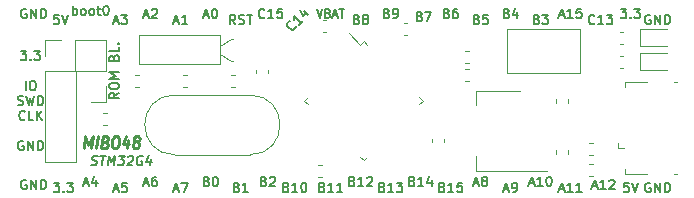
<source format=gto>
G04 #@! TF.GenerationSoftware,KiCad,Pcbnew,(5.1.2)-2*
G04 #@! TF.CreationDate,2020-02-28T11:19:54+01:00*
G04 #@! TF.ProjectId,mibo48_stm32g4,6d69626f-3438-45f7-9374-6d333267342e,rev?*
G04 #@! TF.SameCoordinates,PX7a53eb0PY5ad6650*
G04 #@! TF.FileFunction,Legend,Top*
G04 #@! TF.FilePolarity,Positive*
%FSLAX46Y46*%
G04 Gerber Fmt 4.6, Leading zero omitted, Abs format (unit mm)*
G04 Created by KiCad (PCBNEW (5.1.2)-2) date 2020-02-28 11:19:54*
%MOMM*%
%LPD*%
G04 APERTURE LIST*
%ADD10C,0.200000*%
%ADD11C,0.225000*%
%ADD12C,0.175000*%
%ADD13C,0.120000*%
G04 APERTURE END LIST*
D10*
X6401940Y-15563809D02*
X6511464Y-15601904D01*
X6701940Y-15601904D01*
X6782892Y-15563809D01*
X6825750Y-15525714D01*
X6873369Y-15449523D01*
X6882892Y-15373333D01*
X6854321Y-15297142D01*
X6820988Y-15259047D01*
X6749559Y-15220952D01*
X6601940Y-15182857D01*
X6530511Y-15144761D01*
X6497178Y-15106666D01*
X6468607Y-15030476D01*
X6478130Y-14954285D01*
X6525750Y-14878095D01*
X6568607Y-14840000D01*
X6649559Y-14801904D01*
X6840035Y-14801904D01*
X6949559Y-14840000D01*
X7182892Y-14801904D02*
X7640035Y-14801904D01*
X7311464Y-15601904D02*
X7411464Y-14801904D01*
X7806702Y-15601904D02*
X7906702Y-14801904D01*
X8101940Y-15373333D01*
X8440035Y-14801904D01*
X8340035Y-15601904D01*
X8744797Y-14801904D02*
X9240035Y-14801904D01*
X8935273Y-15106666D01*
X9049559Y-15106666D01*
X9120988Y-15144761D01*
X9154321Y-15182857D01*
X9182892Y-15259047D01*
X9159083Y-15449523D01*
X9111464Y-15525714D01*
X9068607Y-15563809D01*
X8987654Y-15601904D01*
X8759083Y-15601904D01*
X8687654Y-15563809D01*
X8654321Y-15525714D01*
X9535273Y-14878095D02*
X9578130Y-14840000D01*
X9659083Y-14801904D01*
X9849559Y-14801904D01*
X9920988Y-14840000D01*
X9954321Y-14878095D01*
X9982892Y-14954285D01*
X9973369Y-15030476D01*
X9920988Y-15144761D01*
X9406702Y-15601904D01*
X9901940Y-15601904D01*
X10759083Y-14840000D02*
X10687654Y-14801904D01*
X10573369Y-14801904D01*
X10454321Y-14840000D01*
X10368607Y-14916190D01*
X10320988Y-14992380D01*
X10263845Y-15144761D01*
X10249559Y-15259047D01*
X10268607Y-15411428D01*
X10297178Y-15487619D01*
X10363845Y-15563809D01*
X10473369Y-15601904D01*
X10549559Y-15601904D01*
X10668607Y-15563809D01*
X10711464Y-15525714D01*
X10744797Y-15259047D01*
X10592416Y-15259047D01*
X11454321Y-15068571D02*
X11387654Y-15601904D01*
X11301940Y-14763809D02*
X11040035Y-15335238D01*
X11535273Y-15335238D01*
D11*
X5792563Y-14168380D02*
X5917563Y-13168380D01*
X6128278Y-13882666D01*
X6517563Y-13168380D01*
X6392563Y-14168380D01*
X6821135Y-14168380D02*
X6946135Y-13168380D01*
X7615183Y-13644571D02*
X7737802Y-13692190D01*
X7774706Y-13739809D01*
X7805659Y-13835047D01*
X7787802Y-13977904D01*
X7733040Y-14073142D01*
X7684230Y-14120761D01*
X7592563Y-14168380D01*
X7249706Y-14168380D01*
X7374706Y-13168380D01*
X7674706Y-13168380D01*
X7754468Y-13216000D01*
X7791373Y-13263619D01*
X7822325Y-13358857D01*
X7810421Y-13454095D01*
X7755659Y-13549333D01*
X7706849Y-13596952D01*
X7615183Y-13644571D01*
X7315183Y-13644571D01*
X8446135Y-13168380D02*
X8617563Y-13168380D01*
X8697325Y-13216000D01*
X8771135Y-13311238D01*
X8790183Y-13501714D01*
X8748516Y-13835047D01*
X8681849Y-14025523D01*
X8584230Y-14120761D01*
X8492563Y-14168380D01*
X8321135Y-14168380D01*
X8241373Y-14120761D01*
X8167563Y-14025523D01*
X8148516Y-13835047D01*
X8190183Y-13501714D01*
X8256849Y-13311238D01*
X8354468Y-13216000D01*
X8446135Y-13168380D01*
X9561611Y-13501714D02*
X9478278Y-14168380D01*
X9394944Y-13120761D02*
X9091373Y-13835047D01*
X9648516Y-13835047D01*
X10149706Y-13596952D02*
X10069944Y-13549333D01*
X10033040Y-13501714D01*
X10002087Y-13406476D01*
X10008040Y-13358857D01*
X10062802Y-13263619D01*
X10111611Y-13216000D01*
X10203278Y-13168380D01*
X10374706Y-13168380D01*
X10454468Y-13216000D01*
X10491373Y-13263619D01*
X10522325Y-13358857D01*
X10516373Y-13406476D01*
X10461611Y-13501714D01*
X10412802Y-13549333D01*
X10321135Y-13596952D01*
X10149706Y-13596952D01*
X10058040Y-13644571D01*
X10009230Y-13692190D01*
X9954468Y-13787428D01*
X9930659Y-13977904D01*
X9961611Y-14073142D01*
X9998516Y-14120761D01*
X10078278Y-14168380D01*
X10249706Y-14168380D01*
X10341373Y-14120761D01*
X10390183Y-14073142D01*
X10444944Y-13977904D01*
X10468754Y-13787428D01*
X10437802Y-13692190D01*
X10400897Y-13644571D01*
X10321135Y-13596952D01*
D10*
X184285Y-10483809D02*
X298571Y-10521904D01*
X489047Y-10521904D01*
X565238Y-10483809D01*
X603333Y-10445714D01*
X641428Y-10369523D01*
X641428Y-10293333D01*
X603333Y-10217142D01*
X565238Y-10179047D01*
X489047Y-10140952D01*
X336666Y-10102857D01*
X260476Y-10064761D01*
X222380Y-10026666D01*
X184285Y-9950476D01*
X184285Y-9874285D01*
X222380Y-9798095D01*
X260476Y-9760000D01*
X336666Y-9721904D01*
X527142Y-9721904D01*
X641428Y-9760000D01*
X908095Y-9721904D02*
X1098571Y-10521904D01*
X1250952Y-9950476D01*
X1403333Y-10521904D01*
X1593809Y-9721904D01*
X1898571Y-10521904D02*
X1898571Y-9721904D01*
X2089047Y-9721904D01*
X2203333Y-9760000D01*
X2279523Y-9836190D01*
X2317619Y-9912380D01*
X2355714Y-10064761D01*
X2355714Y-10179047D01*
X2317619Y-10331428D01*
X2279523Y-10407619D01*
X2203333Y-10483809D01*
X2089047Y-10521904D01*
X1898571Y-10521904D01*
X850952Y-9251904D02*
X850952Y-8451904D01*
X1384285Y-8451904D02*
X1536666Y-8451904D01*
X1612857Y-8490000D01*
X1689047Y-8566190D01*
X1727142Y-8718571D01*
X1727142Y-8985238D01*
X1689047Y-9137619D01*
X1612857Y-9213809D01*
X1536666Y-9251904D01*
X1384285Y-9251904D01*
X1308095Y-9213809D01*
X1231904Y-9137619D01*
X1193809Y-8985238D01*
X1193809Y-8718571D01*
X1231904Y-8566190D01*
X1308095Y-8490000D01*
X1384285Y-8451904D01*
X793809Y-11715714D02*
X755714Y-11753809D01*
X641428Y-11791904D01*
X565238Y-11791904D01*
X450952Y-11753809D01*
X374761Y-11677619D01*
X336666Y-11601428D01*
X298571Y-11449047D01*
X298571Y-11334761D01*
X336666Y-11182380D01*
X374761Y-11106190D01*
X450952Y-11030000D01*
X565238Y-10991904D01*
X641428Y-10991904D01*
X755714Y-11030000D01*
X793809Y-11068095D01*
X1517619Y-11791904D02*
X1136666Y-11791904D01*
X1136666Y-10991904D01*
X1784285Y-11791904D02*
X1784285Y-10991904D01*
X2241428Y-11791904D02*
X1898571Y-11334761D01*
X2241428Y-10991904D02*
X1784285Y-11449047D01*
X660476Y-13570000D02*
X584285Y-13531904D01*
X470000Y-13531904D01*
X355714Y-13570000D01*
X279523Y-13646190D01*
X241428Y-13722380D01*
X203333Y-13874761D01*
X203333Y-13989047D01*
X241428Y-14141428D01*
X279523Y-14217619D01*
X355714Y-14293809D01*
X470000Y-14331904D01*
X546190Y-14331904D01*
X660476Y-14293809D01*
X698571Y-14255714D01*
X698571Y-13989047D01*
X546190Y-13989047D01*
X1041428Y-14331904D02*
X1041428Y-13531904D01*
X1498571Y-14331904D01*
X1498571Y-13531904D01*
X1879523Y-14331904D02*
X1879523Y-13531904D01*
X2070000Y-13531904D01*
X2184285Y-13570000D01*
X2260476Y-13646190D01*
X2298571Y-13722380D01*
X2336666Y-13874761D01*
X2336666Y-13989047D01*
X2298571Y-14141428D01*
X2260476Y-14217619D01*
X2184285Y-14293809D01*
X2070000Y-14331904D01*
X1879523Y-14331904D01*
X431904Y-5911904D02*
X927142Y-5911904D01*
X660476Y-6216666D01*
X774761Y-6216666D01*
X850952Y-6254761D01*
X889047Y-6292857D01*
X927142Y-6369047D01*
X927142Y-6559523D01*
X889047Y-6635714D01*
X850952Y-6673809D01*
X774761Y-6711904D01*
X546190Y-6711904D01*
X470000Y-6673809D01*
X431904Y-6635714D01*
X1270000Y-6635714D02*
X1308095Y-6673809D01*
X1270000Y-6711904D01*
X1231904Y-6673809D01*
X1270000Y-6635714D01*
X1270000Y-6711904D01*
X1574761Y-5911904D02*
X2070000Y-5911904D01*
X1803333Y-6216666D01*
X1917619Y-6216666D01*
X1993809Y-6254761D01*
X2031904Y-6292857D01*
X2070000Y-6369047D01*
X2070000Y-6559523D01*
X2031904Y-6635714D01*
X1993809Y-6673809D01*
X1917619Y-6711904D01*
X1689047Y-6711904D01*
X1612857Y-6673809D01*
X1574761Y-6635714D01*
X8743904Y-9467619D02*
X8362952Y-9734285D01*
X8743904Y-9924761D02*
X7943904Y-9924761D01*
X7943904Y-9620000D01*
X7982000Y-9543809D01*
X8020095Y-9505714D01*
X8096285Y-9467619D01*
X8210571Y-9467619D01*
X8286761Y-9505714D01*
X8324857Y-9543809D01*
X8362952Y-9620000D01*
X8362952Y-9924761D01*
X7943904Y-8972380D02*
X7943904Y-8820000D01*
X7982000Y-8743809D01*
X8058190Y-8667619D01*
X8210571Y-8629523D01*
X8477238Y-8629523D01*
X8629619Y-8667619D01*
X8705809Y-8743809D01*
X8743904Y-8820000D01*
X8743904Y-8972380D01*
X8705809Y-9048571D01*
X8629619Y-9124761D01*
X8477238Y-9162857D01*
X8210571Y-9162857D01*
X8058190Y-9124761D01*
X7982000Y-9048571D01*
X7943904Y-8972380D01*
X8743904Y-8286666D02*
X7943904Y-8286666D01*
X8515333Y-8020000D01*
X7943904Y-7753333D01*
X8743904Y-7753333D01*
X8324857Y-6496190D02*
X8362952Y-6381904D01*
X8401047Y-6343809D01*
X8477238Y-6305714D01*
X8591523Y-6305714D01*
X8667714Y-6343809D01*
X8705809Y-6381904D01*
X8743904Y-6458095D01*
X8743904Y-6762857D01*
X7943904Y-6762857D01*
X7943904Y-6496190D01*
X7982000Y-6420000D01*
X8020095Y-6381904D01*
X8096285Y-6343809D01*
X8172476Y-6343809D01*
X8248666Y-6381904D01*
X8286761Y-6420000D01*
X8324857Y-6496190D01*
X8324857Y-6762857D01*
X8743904Y-5581904D02*
X8743904Y-5962857D01*
X7943904Y-5962857D01*
X8667714Y-5315238D02*
X8705809Y-5277142D01*
X8743904Y-5315238D01*
X8705809Y-5353333D01*
X8667714Y-5315238D01*
X8743904Y-5315238D01*
X51917619Y-17087904D02*
X51536666Y-17087904D01*
X51498571Y-17468857D01*
X51536666Y-17430761D01*
X51612857Y-17392666D01*
X51803333Y-17392666D01*
X51879523Y-17430761D01*
X51917619Y-17468857D01*
X51955714Y-17545047D01*
X51955714Y-17735523D01*
X51917619Y-17811714D01*
X51879523Y-17849809D01*
X51803333Y-17887904D01*
X51612857Y-17887904D01*
X51536666Y-17849809D01*
X51498571Y-17811714D01*
X52184285Y-17087904D02*
X52450952Y-17887904D01*
X52717619Y-17087904D01*
X48831619Y-17405333D02*
X49212571Y-17405333D01*
X48755428Y-17633904D02*
X49022095Y-16833904D01*
X49288761Y-17633904D01*
X49974476Y-17633904D02*
X49517333Y-17633904D01*
X49745904Y-17633904D02*
X49745904Y-16833904D01*
X49669714Y-16948190D01*
X49593523Y-17024380D01*
X49517333Y-17062476D01*
X50279238Y-16910095D02*
X50317333Y-16872000D01*
X50393523Y-16833904D01*
X50584000Y-16833904D01*
X50660190Y-16872000D01*
X50698285Y-16910095D01*
X50736380Y-16986285D01*
X50736380Y-17062476D01*
X50698285Y-17176761D01*
X50241142Y-17633904D01*
X50736380Y-17633904D01*
X46037619Y-17659333D02*
X46418571Y-17659333D01*
X45961428Y-17887904D02*
X46228095Y-17087904D01*
X46494761Y-17887904D01*
X47180476Y-17887904D02*
X46723333Y-17887904D01*
X46951904Y-17887904D02*
X46951904Y-17087904D01*
X46875714Y-17202190D01*
X46799523Y-17278380D01*
X46723333Y-17316476D01*
X47942380Y-17887904D02*
X47485238Y-17887904D01*
X47713809Y-17887904D02*
X47713809Y-17087904D01*
X47637619Y-17202190D01*
X47561428Y-17278380D01*
X47485238Y-17316476D01*
X43497619Y-17151333D02*
X43878571Y-17151333D01*
X43421428Y-17379904D02*
X43688095Y-16579904D01*
X43954761Y-17379904D01*
X44640476Y-17379904D02*
X44183333Y-17379904D01*
X44411904Y-17379904D02*
X44411904Y-16579904D01*
X44335714Y-16694190D01*
X44259523Y-16770380D01*
X44183333Y-16808476D01*
X45135714Y-16579904D02*
X45211904Y-16579904D01*
X45288095Y-16618000D01*
X45326190Y-16656095D01*
X45364285Y-16732285D01*
X45402380Y-16884666D01*
X45402380Y-17075142D01*
X45364285Y-17227523D01*
X45326190Y-17303714D01*
X45288095Y-17341809D01*
X45211904Y-17379904D01*
X45135714Y-17379904D01*
X45059523Y-17341809D01*
X45021428Y-17303714D01*
X44983333Y-17227523D01*
X44945238Y-17075142D01*
X44945238Y-16884666D01*
X44983333Y-16732285D01*
X45021428Y-16656095D01*
X45059523Y-16618000D01*
X45135714Y-16579904D01*
X41338571Y-17659333D02*
X41719523Y-17659333D01*
X41262380Y-17887904D02*
X41529047Y-17087904D01*
X41795714Y-17887904D01*
X42100476Y-17887904D02*
X42252857Y-17887904D01*
X42329047Y-17849809D01*
X42367142Y-17811714D01*
X42443333Y-17697428D01*
X42481428Y-17545047D01*
X42481428Y-17240285D01*
X42443333Y-17164095D01*
X42405238Y-17126000D01*
X42329047Y-17087904D01*
X42176666Y-17087904D01*
X42100476Y-17126000D01*
X42062380Y-17164095D01*
X42024285Y-17240285D01*
X42024285Y-17430761D01*
X42062380Y-17506952D01*
X42100476Y-17545047D01*
X42176666Y-17583142D01*
X42329047Y-17583142D01*
X42405238Y-17545047D01*
X42443333Y-17506952D01*
X42481428Y-17430761D01*
X38798571Y-17151333D02*
X39179523Y-17151333D01*
X38722380Y-17379904D02*
X38989047Y-16579904D01*
X39255714Y-17379904D01*
X39636666Y-16922761D02*
X39560476Y-16884666D01*
X39522380Y-16846571D01*
X39484285Y-16770380D01*
X39484285Y-16732285D01*
X39522380Y-16656095D01*
X39560476Y-16618000D01*
X39636666Y-16579904D01*
X39789047Y-16579904D01*
X39865238Y-16618000D01*
X39903333Y-16656095D01*
X39941428Y-16732285D01*
X39941428Y-16770380D01*
X39903333Y-16846571D01*
X39865238Y-16884666D01*
X39789047Y-16922761D01*
X39636666Y-16922761D01*
X39560476Y-16960857D01*
X39522380Y-16998952D01*
X39484285Y-17075142D01*
X39484285Y-17227523D01*
X39522380Y-17303714D01*
X39560476Y-17341809D01*
X39636666Y-17379904D01*
X39789047Y-17379904D01*
X39865238Y-17341809D01*
X39903333Y-17303714D01*
X39941428Y-17227523D01*
X39941428Y-17075142D01*
X39903333Y-16998952D01*
X39865238Y-16960857D01*
X39789047Y-16922761D01*
X36125238Y-17468857D02*
X36239523Y-17506952D01*
X36277619Y-17545047D01*
X36315714Y-17621238D01*
X36315714Y-17735523D01*
X36277619Y-17811714D01*
X36239523Y-17849809D01*
X36163333Y-17887904D01*
X35858571Y-17887904D01*
X35858571Y-17087904D01*
X36125238Y-17087904D01*
X36201428Y-17126000D01*
X36239523Y-17164095D01*
X36277619Y-17240285D01*
X36277619Y-17316476D01*
X36239523Y-17392666D01*
X36201428Y-17430761D01*
X36125238Y-17468857D01*
X35858571Y-17468857D01*
X37077619Y-17887904D02*
X36620476Y-17887904D01*
X36849047Y-17887904D02*
X36849047Y-17087904D01*
X36772857Y-17202190D01*
X36696666Y-17278380D01*
X36620476Y-17316476D01*
X37801428Y-17087904D02*
X37420476Y-17087904D01*
X37382380Y-17468857D01*
X37420476Y-17430761D01*
X37496666Y-17392666D01*
X37687142Y-17392666D01*
X37763333Y-17430761D01*
X37801428Y-17468857D01*
X37839523Y-17545047D01*
X37839523Y-17735523D01*
X37801428Y-17811714D01*
X37763333Y-17849809D01*
X37687142Y-17887904D01*
X37496666Y-17887904D01*
X37420476Y-17849809D01*
X37382380Y-17811714D01*
X33585238Y-16960857D02*
X33699523Y-16998952D01*
X33737619Y-17037047D01*
X33775714Y-17113238D01*
X33775714Y-17227523D01*
X33737619Y-17303714D01*
X33699523Y-17341809D01*
X33623333Y-17379904D01*
X33318571Y-17379904D01*
X33318571Y-16579904D01*
X33585238Y-16579904D01*
X33661428Y-16618000D01*
X33699523Y-16656095D01*
X33737619Y-16732285D01*
X33737619Y-16808476D01*
X33699523Y-16884666D01*
X33661428Y-16922761D01*
X33585238Y-16960857D01*
X33318571Y-16960857D01*
X34537619Y-17379904D02*
X34080476Y-17379904D01*
X34309047Y-17379904D02*
X34309047Y-16579904D01*
X34232857Y-16694190D01*
X34156666Y-16770380D01*
X34080476Y-16808476D01*
X35223333Y-16846571D02*
X35223333Y-17379904D01*
X35032857Y-16541809D02*
X34842380Y-17113238D01*
X35337619Y-17113238D01*
X31045238Y-17468857D02*
X31159523Y-17506952D01*
X31197619Y-17545047D01*
X31235714Y-17621238D01*
X31235714Y-17735523D01*
X31197619Y-17811714D01*
X31159523Y-17849809D01*
X31083333Y-17887904D01*
X30778571Y-17887904D01*
X30778571Y-17087904D01*
X31045238Y-17087904D01*
X31121428Y-17126000D01*
X31159523Y-17164095D01*
X31197619Y-17240285D01*
X31197619Y-17316476D01*
X31159523Y-17392666D01*
X31121428Y-17430761D01*
X31045238Y-17468857D01*
X30778571Y-17468857D01*
X31997619Y-17887904D02*
X31540476Y-17887904D01*
X31769047Y-17887904D02*
X31769047Y-17087904D01*
X31692857Y-17202190D01*
X31616666Y-17278380D01*
X31540476Y-17316476D01*
X32264285Y-17087904D02*
X32759523Y-17087904D01*
X32492857Y-17392666D01*
X32607142Y-17392666D01*
X32683333Y-17430761D01*
X32721428Y-17468857D01*
X32759523Y-17545047D01*
X32759523Y-17735523D01*
X32721428Y-17811714D01*
X32683333Y-17849809D01*
X32607142Y-17887904D01*
X32378571Y-17887904D01*
X32302380Y-17849809D01*
X32264285Y-17811714D01*
X28505238Y-16960857D02*
X28619523Y-16998952D01*
X28657619Y-17037047D01*
X28695714Y-17113238D01*
X28695714Y-17227523D01*
X28657619Y-17303714D01*
X28619523Y-17341809D01*
X28543333Y-17379904D01*
X28238571Y-17379904D01*
X28238571Y-16579904D01*
X28505238Y-16579904D01*
X28581428Y-16618000D01*
X28619523Y-16656095D01*
X28657619Y-16732285D01*
X28657619Y-16808476D01*
X28619523Y-16884666D01*
X28581428Y-16922761D01*
X28505238Y-16960857D01*
X28238571Y-16960857D01*
X29457619Y-17379904D02*
X29000476Y-17379904D01*
X29229047Y-17379904D02*
X29229047Y-16579904D01*
X29152857Y-16694190D01*
X29076666Y-16770380D01*
X29000476Y-16808476D01*
X29762380Y-16656095D02*
X29800476Y-16618000D01*
X29876666Y-16579904D01*
X30067142Y-16579904D01*
X30143333Y-16618000D01*
X30181428Y-16656095D01*
X30219523Y-16732285D01*
X30219523Y-16808476D01*
X30181428Y-16922761D01*
X29724285Y-17379904D01*
X30219523Y-17379904D01*
X25965238Y-17468857D02*
X26079523Y-17506952D01*
X26117619Y-17545047D01*
X26155714Y-17621238D01*
X26155714Y-17735523D01*
X26117619Y-17811714D01*
X26079523Y-17849809D01*
X26003333Y-17887904D01*
X25698571Y-17887904D01*
X25698571Y-17087904D01*
X25965238Y-17087904D01*
X26041428Y-17126000D01*
X26079523Y-17164095D01*
X26117619Y-17240285D01*
X26117619Y-17316476D01*
X26079523Y-17392666D01*
X26041428Y-17430761D01*
X25965238Y-17468857D01*
X25698571Y-17468857D01*
X26917619Y-17887904D02*
X26460476Y-17887904D01*
X26689047Y-17887904D02*
X26689047Y-17087904D01*
X26612857Y-17202190D01*
X26536666Y-17278380D01*
X26460476Y-17316476D01*
X27679523Y-17887904D02*
X27222380Y-17887904D01*
X27450952Y-17887904D02*
X27450952Y-17087904D01*
X27374761Y-17202190D01*
X27298571Y-17278380D01*
X27222380Y-17316476D01*
X22917238Y-17468857D02*
X23031523Y-17506952D01*
X23069619Y-17545047D01*
X23107714Y-17621238D01*
X23107714Y-17735523D01*
X23069619Y-17811714D01*
X23031523Y-17849809D01*
X22955333Y-17887904D01*
X22650571Y-17887904D01*
X22650571Y-17087904D01*
X22917238Y-17087904D01*
X22993428Y-17126000D01*
X23031523Y-17164095D01*
X23069619Y-17240285D01*
X23069619Y-17316476D01*
X23031523Y-17392666D01*
X22993428Y-17430761D01*
X22917238Y-17468857D01*
X22650571Y-17468857D01*
X23869619Y-17887904D02*
X23412476Y-17887904D01*
X23641047Y-17887904D02*
X23641047Y-17087904D01*
X23564857Y-17202190D01*
X23488666Y-17278380D01*
X23412476Y-17316476D01*
X24364857Y-17087904D02*
X24441047Y-17087904D01*
X24517238Y-17126000D01*
X24555333Y-17164095D01*
X24593428Y-17240285D01*
X24631523Y-17392666D01*
X24631523Y-17583142D01*
X24593428Y-17735523D01*
X24555333Y-17811714D01*
X24517238Y-17849809D01*
X24441047Y-17887904D01*
X24364857Y-17887904D01*
X24288666Y-17849809D01*
X24250571Y-17811714D01*
X24212476Y-17735523D01*
X24174380Y-17583142D01*
X24174380Y-17392666D01*
X24212476Y-17240285D01*
X24250571Y-17164095D01*
X24288666Y-17126000D01*
X24364857Y-17087904D01*
X21012190Y-16960857D02*
X21126476Y-16998952D01*
X21164571Y-17037047D01*
X21202666Y-17113238D01*
X21202666Y-17227523D01*
X21164571Y-17303714D01*
X21126476Y-17341809D01*
X21050285Y-17379904D01*
X20745523Y-17379904D01*
X20745523Y-16579904D01*
X21012190Y-16579904D01*
X21088380Y-16618000D01*
X21126476Y-16656095D01*
X21164571Y-16732285D01*
X21164571Y-16808476D01*
X21126476Y-16884666D01*
X21088380Y-16922761D01*
X21012190Y-16960857D01*
X20745523Y-16960857D01*
X21507428Y-16656095D02*
X21545523Y-16618000D01*
X21621714Y-16579904D01*
X21812190Y-16579904D01*
X21888380Y-16618000D01*
X21926476Y-16656095D01*
X21964571Y-16732285D01*
X21964571Y-16808476D01*
X21926476Y-16922761D01*
X21469333Y-17379904D01*
X21964571Y-17379904D01*
X18726190Y-17468857D02*
X18840476Y-17506952D01*
X18878571Y-17545047D01*
X18916666Y-17621238D01*
X18916666Y-17735523D01*
X18878571Y-17811714D01*
X18840476Y-17849809D01*
X18764285Y-17887904D01*
X18459523Y-17887904D01*
X18459523Y-17087904D01*
X18726190Y-17087904D01*
X18802380Y-17126000D01*
X18840476Y-17164095D01*
X18878571Y-17240285D01*
X18878571Y-17316476D01*
X18840476Y-17392666D01*
X18802380Y-17430761D01*
X18726190Y-17468857D01*
X18459523Y-17468857D01*
X19678571Y-17887904D02*
X19221428Y-17887904D01*
X19450000Y-17887904D02*
X19450000Y-17087904D01*
X19373809Y-17202190D01*
X19297619Y-17278380D01*
X19221428Y-17316476D01*
X16186190Y-16960857D02*
X16300476Y-16998952D01*
X16338571Y-17037047D01*
X16376666Y-17113238D01*
X16376666Y-17227523D01*
X16338571Y-17303714D01*
X16300476Y-17341809D01*
X16224285Y-17379904D01*
X15919523Y-17379904D01*
X15919523Y-16579904D01*
X16186190Y-16579904D01*
X16262380Y-16618000D01*
X16300476Y-16656095D01*
X16338571Y-16732285D01*
X16338571Y-16808476D01*
X16300476Y-16884666D01*
X16262380Y-16922761D01*
X16186190Y-16960857D01*
X15919523Y-16960857D01*
X16871904Y-16579904D02*
X16948095Y-16579904D01*
X17024285Y-16618000D01*
X17062380Y-16656095D01*
X17100476Y-16732285D01*
X17138571Y-16884666D01*
X17138571Y-17075142D01*
X17100476Y-17227523D01*
X17062380Y-17303714D01*
X17024285Y-17341809D01*
X16948095Y-17379904D01*
X16871904Y-17379904D01*
X16795714Y-17341809D01*
X16757619Y-17303714D01*
X16719523Y-17227523D01*
X16681428Y-17075142D01*
X16681428Y-16884666D01*
X16719523Y-16732285D01*
X16757619Y-16656095D01*
X16795714Y-16618000D01*
X16871904Y-16579904D01*
X13398571Y-17659333D02*
X13779523Y-17659333D01*
X13322380Y-17887904D02*
X13589047Y-17087904D01*
X13855714Y-17887904D01*
X14046190Y-17087904D02*
X14579523Y-17087904D01*
X14236666Y-17887904D01*
X10858571Y-17151333D02*
X11239523Y-17151333D01*
X10782380Y-17379904D02*
X11049047Y-16579904D01*
X11315714Y-17379904D01*
X11925238Y-16579904D02*
X11772857Y-16579904D01*
X11696666Y-16618000D01*
X11658571Y-16656095D01*
X11582380Y-16770380D01*
X11544285Y-16922761D01*
X11544285Y-17227523D01*
X11582380Y-17303714D01*
X11620476Y-17341809D01*
X11696666Y-17379904D01*
X11849047Y-17379904D01*
X11925238Y-17341809D01*
X11963333Y-17303714D01*
X12001428Y-17227523D01*
X12001428Y-17037047D01*
X11963333Y-16960857D01*
X11925238Y-16922761D01*
X11849047Y-16884666D01*
X11696666Y-16884666D01*
X11620476Y-16922761D01*
X11582380Y-16960857D01*
X11544285Y-17037047D01*
X8318571Y-17659333D02*
X8699523Y-17659333D01*
X8242380Y-17887904D02*
X8509047Y-17087904D01*
X8775714Y-17887904D01*
X9423333Y-17087904D02*
X9042380Y-17087904D01*
X9004285Y-17468857D01*
X9042380Y-17430761D01*
X9118571Y-17392666D01*
X9309047Y-17392666D01*
X9385238Y-17430761D01*
X9423333Y-17468857D01*
X9461428Y-17545047D01*
X9461428Y-17735523D01*
X9423333Y-17811714D01*
X9385238Y-17849809D01*
X9309047Y-17887904D01*
X9118571Y-17887904D01*
X9042380Y-17849809D01*
X9004285Y-17811714D01*
X5778571Y-17151333D02*
X6159523Y-17151333D01*
X5702380Y-17379904D02*
X5969047Y-16579904D01*
X6235714Y-17379904D01*
X6845238Y-16846571D02*
X6845238Y-17379904D01*
X6654761Y-16541809D02*
X6464285Y-17113238D01*
X6959523Y-17113238D01*
X3225904Y-17087904D02*
X3721142Y-17087904D01*
X3454476Y-17392666D01*
X3568761Y-17392666D01*
X3644952Y-17430761D01*
X3683047Y-17468857D01*
X3721142Y-17545047D01*
X3721142Y-17735523D01*
X3683047Y-17811714D01*
X3644952Y-17849809D01*
X3568761Y-17887904D01*
X3340190Y-17887904D01*
X3264000Y-17849809D01*
X3225904Y-17811714D01*
X4064000Y-17811714D02*
X4102095Y-17849809D01*
X4064000Y-17887904D01*
X4025904Y-17849809D01*
X4064000Y-17811714D01*
X4064000Y-17887904D01*
X4368761Y-17087904D02*
X4864000Y-17087904D01*
X4597333Y-17392666D01*
X4711619Y-17392666D01*
X4787809Y-17430761D01*
X4825904Y-17468857D01*
X4864000Y-17545047D01*
X4864000Y-17735523D01*
X4825904Y-17811714D01*
X4787809Y-17849809D01*
X4711619Y-17887904D01*
X4483047Y-17887904D01*
X4406857Y-17849809D01*
X4368761Y-17811714D01*
X51231904Y-2355904D02*
X51727142Y-2355904D01*
X51460476Y-2660666D01*
X51574761Y-2660666D01*
X51650952Y-2698761D01*
X51689047Y-2736857D01*
X51727142Y-2813047D01*
X51727142Y-3003523D01*
X51689047Y-3079714D01*
X51650952Y-3117809D01*
X51574761Y-3155904D01*
X51346190Y-3155904D01*
X51270000Y-3117809D01*
X51231904Y-3079714D01*
X52070000Y-3079714D02*
X52108095Y-3117809D01*
X52070000Y-3155904D01*
X52031904Y-3117809D01*
X52070000Y-3079714D01*
X52070000Y-3155904D01*
X52374761Y-2355904D02*
X52870000Y-2355904D01*
X52603333Y-2660666D01*
X52717619Y-2660666D01*
X52793809Y-2698761D01*
X52831904Y-2736857D01*
X52870000Y-2813047D01*
X52870000Y-3003523D01*
X52831904Y-3079714D01*
X52793809Y-3117809D01*
X52717619Y-3155904D01*
X52489047Y-3155904D01*
X52412857Y-3117809D01*
X52374761Y-3079714D01*
X49015714Y-3587714D02*
X48977619Y-3625809D01*
X48863333Y-3663904D01*
X48787142Y-3663904D01*
X48672857Y-3625809D01*
X48596666Y-3549619D01*
X48558571Y-3473428D01*
X48520476Y-3321047D01*
X48520476Y-3206761D01*
X48558571Y-3054380D01*
X48596666Y-2978190D01*
X48672857Y-2902000D01*
X48787142Y-2863904D01*
X48863333Y-2863904D01*
X48977619Y-2902000D01*
X49015714Y-2940095D01*
X49777619Y-3663904D02*
X49320476Y-3663904D01*
X49549047Y-3663904D02*
X49549047Y-2863904D01*
X49472857Y-2978190D01*
X49396666Y-3054380D01*
X49320476Y-3092476D01*
X50044285Y-2863904D02*
X50539523Y-2863904D01*
X50272857Y-3168666D01*
X50387142Y-3168666D01*
X50463333Y-3206761D01*
X50501428Y-3244857D01*
X50539523Y-3321047D01*
X50539523Y-3511523D01*
X50501428Y-3587714D01*
X50463333Y-3625809D01*
X50387142Y-3663904D01*
X50158571Y-3663904D01*
X50082380Y-3625809D01*
X50044285Y-3587714D01*
X46037619Y-2927333D02*
X46418571Y-2927333D01*
X45961428Y-3155904D02*
X46228095Y-2355904D01*
X46494761Y-3155904D01*
X47180476Y-3155904D02*
X46723333Y-3155904D01*
X46951904Y-3155904D02*
X46951904Y-2355904D01*
X46875714Y-2470190D01*
X46799523Y-2546380D01*
X46723333Y-2584476D01*
X47904285Y-2355904D02*
X47523333Y-2355904D01*
X47485238Y-2736857D01*
X47523333Y-2698761D01*
X47599523Y-2660666D01*
X47790000Y-2660666D01*
X47866190Y-2698761D01*
X47904285Y-2736857D01*
X47942380Y-2813047D01*
X47942380Y-3003523D01*
X47904285Y-3079714D01*
X47866190Y-3117809D01*
X47790000Y-3155904D01*
X47599523Y-3155904D01*
X47523333Y-3117809D01*
X47485238Y-3079714D01*
X44126190Y-3244857D02*
X44240476Y-3282952D01*
X44278571Y-3321047D01*
X44316666Y-3397238D01*
X44316666Y-3511523D01*
X44278571Y-3587714D01*
X44240476Y-3625809D01*
X44164285Y-3663904D01*
X43859523Y-3663904D01*
X43859523Y-2863904D01*
X44126190Y-2863904D01*
X44202380Y-2902000D01*
X44240476Y-2940095D01*
X44278571Y-3016285D01*
X44278571Y-3092476D01*
X44240476Y-3168666D01*
X44202380Y-3206761D01*
X44126190Y-3244857D01*
X43859523Y-3244857D01*
X44583333Y-2863904D02*
X45078571Y-2863904D01*
X44811904Y-3168666D01*
X44926190Y-3168666D01*
X45002380Y-3206761D01*
X45040476Y-3244857D01*
X45078571Y-3321047D01*
X45078571Y-3511523D01*
X45040476Y-3587714D01*
X45002380Y-3625809D01*
X44926190Y-3663904D01*
X44697619Y-3663904D01*
X44621428Y-3625809D01*
X44583333Y-3587714D01*
X41586190Y-2736857D02*
X41700476Y-2774952D01*
X41738571Y-2813047D01*
X41776666Y-2889238D01*
X41776666Y-3003523D01*
X41738571Y-3079714D01*
X41700476Y-3117809D01*
X41624285Y-3155904D01*
X41319523Y-3155904D01*
X41319523Y-2355904D01*
X41586190Y-2355904D01*
X41662380Y-2394000D01*
X41700476Y-2432095D01*
X41738571Y-2508285D01*
X41738571Y-2584476D01*
X41700476Y-2660666D01*
X41662380Y-2698761D01*
X41586190Y-2736857D01*
X41319523Y-2736857D01*
X42462380Y-2622571D02*
X42462380Y-3155904D01*
X42271904Y-2317809D02*
X42081428Y-2889238D01*
X42576666Y-2889238D01*
X39046190Y-3244857D02*
X39160476Y-3282952D01*
X39198571Y-3321047D01*
X39236666Y-3397238D01*
X39236666Y-3511523D01*
X39198571Y-3587714D01*
X39160476Y-3625809D01*
X39084285Y-3663904D01*
X38779523Y-3663904D01*
X38779523Y-2863904D01*
X39046190Y-2863904D01*
X39122380Y-2902000D01*
X39160476Y-2940095D01*
X39198571Y-3016285D01*
X39198571Y-3092476D01*
X39160476Y-3168666D01*
X39122380Y-3206761D01*
X39046190Y-3244857D01*
X38779523Y-3244857D01*
X39960476Y-2863904D02*
X39579523Y-2863904D01*
X39541428Y-3244857D01*
X39579523Y-3206761D01*
X39655714Y-3168666D01*
X39846190Y-3168666D01*
X39922380Y-3206761D01*
X39960476Y-3244857D01*
X39998571Y-3321047D01*
X39998571Y-3511523D01*
X39960476Y-3587714D01*
X39922380Y-3625809D01*
X39846190Y-3663904D01*
X39655714Y-3663904D01*
X39579523Y-3625809D01*
X39541428Y-3587714D01*
X36506190Y-2736857D02*
X36620476Y-2774952D01*
X36658571Y-2813047D01*
X36696666Y-2889238D01*
X36696666Y-3003523D01*
X36658571Y-3079714D01*
X36620476Y-3117809D01*
X36544285Y-3155904D01*
X36239523Y-3155904D01*
X36239523Y-2355904D01*
X36506190Y-2355904D01*
X36582380Y-2394000D01*
X36620476Y-2432095D01*
X36658571Y-2508285D01*
X36658571Y-2584476D01*
X36620476Y-2660666D01*
X36582380Y-2698761D01*
X36506190Y-2736857D01*
X36239523Y-2736857D01*
X37382380Y-2355904D02*
X37230000Y-2355904D01*
X37153809Y-2394000D01*
X37115714Y-2432095D01*
X37039523Y-2546380D01*
X37001428Y-2698761D01*
X37001428Y-3003523D01*
X37039523Y-3079714D01*
X37077619Y-3117809D01*
X37153809Y-3155904D01*
X37306190Y-3155904D01*
X37382380Y-3117809D01*
X37420476Y-3079714D01*
X37458571Y-3003523D01*
X37458571Y-2813047D01*
X37420476Y-2736857D01*
X37382380Y-2698761D01*
X37306190Y-2660666D01*
X37153809Y-2660666D01*
X37077619Y-2698761D01*
X37039523Y-2736857D01*
X37001428Y-2813047D01*
X34220190Y-2990857D02*
X34334476Y-3028952D01*
X34372571Y-3067047D01*
X34410666Y-3143238D01*
X34410666Y-3257523D01*
X34372571Y-3333714D01*
X34334476Y-3371809D01*
X34258285Y-3409904D01*
X33953523Y-3409904D01*
X33953523Y-2609904D01*
X34220190Y-2609904D01*
X34296380Y-2648000D01*
X34334476Y-2686095D01*
X34372571Y-2762285D01*
X34372571Y-2838476D01*
X34334476Y-2914666D01*
X34296380Y-2952761D01*
X34220190Y-2990857D01*
X33953523Y-2990857D01*
X34677333Y-2609904D02*
X35210666Y-2609904D01*
X34867809Y-3409904D01*
X31426190Y-2736857D02*
X31540476Y-2774952D01*
X31578571Y-2813047D01*
X31616666Y-2889238D01*
X31616666Y-3003523D01*
X31578571Y-3079714D01*
X31540476Y-3117809D01*
X31464285Y-3155904D01*
X31159523Y-3155904D01*
X31159523Y-2355904D01*
X31426190Y-2355904D01*
X31502380Y-2394000D01*
X31540476Y-2432095D01*
X31578571Y-2508285D01*
X31578571Y-2584476D01*
X31540476Y-2660666D01*
X31502380Y-2698761D01*
X31426190Y-2736857D01*
X31159523Y-2736857D01*
X31997619Y-3155904D02*
X32150000Y-3155904D01*
X32226190Y-3117809D01*
X32264285Y-3079714D01*
X32340476Y-2965428D01*
X32378571Y-2813047D01*
X32378571Y-2508285D01*
X32340476Y-2432095D01*
X32302380Y-2394000D01*
X32226190Y-2355904D01*
X32073809Y-2355904D01*
X31997619Y-2394000D01*
X31959523Y-2432095D01*
X31921428Y-2508285D01*
X31921428Y-2698761D01*
X31959523Y-2774952D01*
X31997619Y-2813047D01*
X32073809Y-2851142D01*
X32226190Y-2851142D01*
X32302380Y-2813047D01*
X32340476Y-2774952D01*
X32378571Y-2698761D01*
X28886190Y-3244857D02*
X29000476Y-3282952D01*
X29038571Y-3321047D01*
X29076666Y-3397238D01*
X29076666Y-3511523D01*
X29038571Y-3587714D01*
X29000476Y-3625809D01*
X28924285Y-3663904D01*
X28619523Y-3663904D01*
X28619523Y-2863904D01*
X28886190Y-2863904D01*
X28962380Y-2902000D01*
X29000476Y-2940095D01*
X29038571Y-3016285D01*
X29038571Y-3092476D01*
X29000476Y-3168666D01*
X28962380Y-3206761D01*
X28886190Y-3244857D01*
X28619523Y-3244857D01*
X29533809Y-3206761D02*
X29457619Y-3168666D01*
X29419523Y-3130571D01*
X29381428Y-3054380D01*
X29381428Y-3016285D01*
X29419523Y-2940095D01*
X29457619Y-2902000D01*
X29533809Y-2863904D01*
X29686190Y-2863904D01*
X29762380Y-2902000D01*
X29800476Y-2940095D01*
X29838571Y-3016285D01*
X29838571Y-3054380D01*
X29800476Y-3130571D01*
X29762380Y-3168666D01*
X29686190Y-3206761D01*
X29533809Y-3206761D01*
X29457619Y-3244857D01*
X29419523Y-3282952D01*
X29381428Y-3359142D01*
X29381428Y-3511523D01*
X29419523Y-3587714D01*
X29457619Y-3625809D01*
X29533809Y-3663904D01*
X29686190Y-3663904D01*
X29762380Y-3625809D01*
X29800476Y-3587714D01*
X29838571Y-3511523D01*
X29838571Y-3359142D01*
X29800476Y-3282952D01*
X29762380Y-3244857D01*
X29686190Y-3206761D01*
D12*
X25520000Y-2410666D02*
X25753333Y-3110666D01*
X25986666Y-2410666D01*
X26453333Y-2744000D02*
X26553333Y-2777333D01*
X26586666Y-2810666D01*
X26620000Y-2877333D01*
X26620000Y-2977333D01*
X26586666Y-3044000D01*
X26553333Y-3077333D01*
X26486666Y-3110666D01*
X26220000Y-3110666D01*
X26220000Y-2410666D01*
X26453333Y-2410666D01*
X26520000Y-2444000D01*
X26553333Y-2477333D01*
X26586666Y-2544000D01*
X26586666Y-2610666D01*
X26553333Y-2677333D01*
X26520000Y-2710666D01*
X26453333Y-2744000D01*
X26220000Y-2744000D01*
X26886666Y-2910666D02*
X27220000Y-2910666D01*
X26820000Y-3110666D02*
X27053333Y-2410666D01*
X27286666Y-3110666D01*
X27420000Y-2410666D02*
X27820000Y-2410666D01*
X27620000Y-3110666D02*
X27620000Y-2410666D01*
D10*
X23714375Y-3867685D02*
X23714375Y-3921560D01*
X23660500Y-4029309D01*
X23606625Y-4083184D01*
X23498876Y-4137059D01*
X23391126Y-4137059D01*
X23310314Y-4110122D01*
X23175627Y-4029309D01*
X23094815Y-3948497D01*
X23014003Y-3813810D01*
X22987065Y-3732998D01*
X22987065Y-3625248D01*
X23040940Y-3517499D01*
X23094815Y-3463624D01*
X23202564Y-3409749D01*
X23256439Y-3409749D01*
X24306998Y-3382812D02*
X23983749Y-3706061D01*
X24145374Y-3544436D02*
X23579688Y-2978751D01*
X23606625Y-3113438D01*
X23606625Y-3221187D01*
X23579688Y-3302000D01*
X24414748Y-2520815D02*
X24791871Y-2897938D01*
X24064561Y-2440003D02*
X24333935Y-2978751D01*
X24684122Y-2628564D01*
X21075714Y-3079714D02*
X21037619Y-3117809D01*
X20923333Y-3155904D01*
X20847142Y-3155904D01*
X20732857Y-3117809D01*
X20656666Y-3041619D01*
X20618571Y-2965428D01*
X20580476Y-2813047D01*
X20580476Y-2698761D01*
X20618571Y-2546380D01*
X20656666Y-2470190D01*
X20732857Y-2394000D01*
X20847142Y-2355904D01*
X20923333Y-2355904D01*
X21037619Y-2394000D01*
X21075714Y-2432095D01*
X21837619Y-3155904D02*
X21380476Y-3155904D01*
X21609047Y-3155904D02*
X21609047Y-2355904D01*
X21532857Y-2470190D01*
X21456666Y-2546380D01*
X21380476Y-2584476D01*
X22561428Y-2355904D02*
X22180476Y-2355904D01*
X22142380Y-2736857D01*
X22180476Y-2698761D01*
X22256666Y-2660666D01*
X22447142Y-2660666D01*
X22523333Y-2698761D01*
X22561428Y-2736857D01*
X22599523Y-2813047D01*
X22599523Y-3003523D01*
X22561428Y-3079714D01*
X22523333Y-3117809D01*
X22447142Y-3155904D01*
X22256666Y-3155904D01*
X22180476Y-3117809D01*
X22142380Y-3079714D01*
X18611904Y-3663904D02*
X18345238Y-3282952D01*
X18154761Y-3663904D02*
X18154761Y-2863904D01*
X18459523Y-2863904D01*
X18535714Y-2902000D01*
X18573809Y-2940095D01*
X18611904Y-3016285D01*
X18611904Y-3130571D01*
X18573809Y-3206761D01*
X18535714Y-3244857D01*
X18459523Y-3282952D01*
X18154761Y-3282952D01*
X18916666Y-3625809D02*
X19030952Y-3663904D01*
X19221428Y-3663904D01*
X19297619Y-3625809D01*
X19335714Y-3587714D01*
X19373809Y-3511523D01*
X19373809Y-3435333D01*
X19335714Y-3359142D01*
X19297619Y-3321047D01*
X19221428Y-3282952D01*
X19069047Y-3244857D01*
X18992857Y-3206761D01*
X18954761Y-3168666D01*
X18916666Y-3092476D01*
X18916666Y-3016285D01*
X18954761Y-2940095D01*
X18992857Y-2902000D01*
X19069047Y-2863904D01*
X19259523Y-2863904D01*
X19373809Y-2902000D01*
X19602380Y-2863904D02*
X20059523Y-2863904D01*
X19830952Y-3663904D02*
X19830952Y-2863904D01*
X15938571Y-2927333D02*
X16319523Y-2927333D01*
X15862380Y-3155904D02*
X16129047Y-2355904D01*
X16395714Y-3155904D01*
X16814761Y-2355904D02*
X16890952Y-2355904D01*
X16967142Y-2394000D01*
X17005238Y-2432095D01*
X17043333Y-2508285D01*
X17081428Y-2660666D01*
X17081428Y-2851142D01*
X17043333Y-3003523D01*
X17005238Y-3079714D01*
X16967142Y-3117809D01*
X16890952Y-3155904D01*
X16814761Y-3155904D01*
X16738571Y-3117809D01*
X16700476Y-3079714D01*
X16662380Y-3003523D01*
X16624285Y-2851142D01*
X16624285Y-2660666D01*
X16662380Y-2508285D01*
X16700476Y-2432095D01*
X16738571Y-2394000D01*
X16814761Y-2355904D01*
X13398571Y-3435333D02*
X13779523Y-3435333D01*
X13322380Y-3663904D02*
X13589047Y-2863904D01*
X13855714Y-3663904D01*
X14541428Y-3663904D02*
X14084285Y-3663904D01*
X14312857Y-3663904D02*
X14312857Y-2863904D01*
X14236666Y-2978190D01*
X14160476Y-3054380D01*
X14084285Y-3092476D01*
X10858571Y-2927333D02*
X11239523Y-2927333D01*
X10782380Y-3155904D02*
X11049047Y-2355904D01*
X11315714Y-3155904D01*
X11544285Y-2432095D02*
X11582380Y-2394000D01*
X11658571Y-2355904D01*
X11849047Y-2355904D01*
X11925238Y-2394000D01*
X11963333Y-2432095D01*
X12001428Y-2508285D01*
X12001428Y-2584476D01*
X11963333Y-2698761D01*
X11506190Y-3155904D01*
X12001428Y-3155904D01*
X8318571Y-3435333D02*
X8699523Y-3435333D01*
X8242380Y-3663904D02*
X8509047Y-2863904D01*
X8775714Y-3663904D01*
X8966190Y-2863904D02*
X9461428Y-2863904D01*
X9194761Y-3168666D01*
X9309047Y-3168666D01*
X9385238Y-3206761D01*
X9423333Y-3244857D01*
X9461428Y-3321047D01*
X9461428Y-3511523D01*
X9423333Y-3587714D01*
X9385238Y-3625809D01*
X9309047Y-3663904D01*
X9080476Y-3663904D01*
X9004285Y-3625809D01*
X8966190Y-3587714D01*
X4845238Y-2901904D02*
X4845238Y-2101904D01*
X4845238Y-2406666D02*
X4921428Y-2368571D01*
X5073809Y-2368571D01*
X5150000Y-2406666D01*
X5188095Y-2444761D01*
X5226190Y-2520952D01*
X5226190Y-2749523D01*
X5188095Y-2825714D01*
X5150000Y-2863809D01*
X5073809Y-2901904D01*
X4921428Y-2901904D01*
X4845238Y-2863809D01*
X5683333Y-2901904D02*
X5607142Y-2863809D01*
X5569047Y-2825714D01*
X5530952Y-2749523D01*
X5530952Y-2520952D01*
X5569047Y-2444761D01*
X5607142Y-2406666D01*
X5683333Y-2368571D01*
X5797619Y-2368571D01*
X5873809Y-2406666D01*
X5911904Y-2444761D01*
X5950000Y-2520952D01*
X5950000Y-2749523D01*
X5911904Y-2825714D01*
X5873809Y-2863809D01*
X5797619Y-2901904D01*
X5683333Y-2901904D01*
X6407142Y-2901904D02*
X6330952Y-2863809D01*
X6292857Y-2825714D01*
X6254761Y-2749523D01*
X6254761Y-2520952D01*
X6292857Y-2444761D01*
X6330952Y-2406666D01*
X6407142Y-2368571D01*
X6521428Y-2368571D01*
X6597619Y-2406666D01*
X6635714Y-2444761D01*
X6673809Y-2520952D01*
X6673809Y-2749523D01*
X6635714Y-2825714D01*
X6597619Y-2863809D01*
X6521428Y-2901904D01*
X6407142Y-2901904D01*
X6902380Y-2368571D02*
X7207142Y-2368571D01*
X7016666Y-2101904D02*
X7016666Y-2787619D01*
X7054761Y-2863809D01*
X7130952Y-2901904D01*
X7207142Y-2901904D01*
X7626190Y-2101904D02*
X7702380Y-2101904D01*
X7778571Y-2140000D01*
X7816666Y-2178095D01*
X7854761Y-2254285D01*
X7892857Y-2406666D01*
X7892857Y-2597142D01*
X7854761Y-2749523D01*
X7816666Y-2825714D01*
X7778571Y-2863809D01*
X7702380Y-2901904D01*
X7626190Y-2901904D01*
X7550000Y-2863809D01*
X7511904Y-2825714D01*
X7473809Y-2749523D01*
X7435714Y-2597142D01*
X7435714Y-2406666D01*
X7473809Y-2254285D01*
X7511904Y-2178095D01*
X7550000Y-2140000D01*
X7626190Y-2101904D01*
X3657619Y-2863904D02*
X3276666Y-2863904D01*
X3238571Y-3244857D01*
X3276666Y-3206761D01*
X3352857Y-3168666D01*
X3543333Y-3168666D01*
X3619523Y-3206761D01*
X3657619Y-3244857D01*
X3695714Y-3321047D01*
X3695714Y-3511523D01*
X3657619Y-3587714D01*
X3619523Y-3625809D01*
X3543333Y-3663904D01*
X3352857Y-3663904D01*
X3276666Y-3625809D01*
X3238571Y-3587714D01*
X3924285Y-2863904D02*
X4190952Y-3663904D01*
X4457619Y-2863904D01*
X914476Y-16872000D02*
X838285Y-16833904D01*
X724000Y-16833904D01*
X609714Y-16872000D01*
X533523Y-16948190D01*
X495428Y-17024380D01*
X457333Y-17176761D01*
X457333Y-17291047D01*
X495428Y-17443428D01*
X533523Y-17519619D01*
X609714Y-17595809D01*
X724000Y-17633904D01*
X800190Y-17633904D01*
X914476Y-17595809D01*
X952571Y-17557714D01*
X952571Y-17291047D01*
X800190Y-17291047D01*
X1295428Y-17633904D02*
X1295428Y-16833904D01*
X1752571Y-17633904D01*
X1752571Y-16833904D01*
X2133523Y-17633904D02*
X2133523Y-16833904D01*
X2324000Y-16833904D01*
X2438285Y-16872000D01*
X2514476Y-16948190D01*
X2552571Y-17024380D01*
X2590666Y-17176761D01*
X2590666Y-17291047D01*
X2552571Y-17443428D01*
X2514476Y-17519619D01*
X2438285Y-17595809D01*
X2324000Y-17633904D01*
X2133523Y-17633904D01*
X914476Y-2394000D02*
X838285Y-2355904D01*
X724000Y-2355904D01*
X609714Y-2394000D01*
X533523Y-2470190D01*
X495428Y-2546380D01*
X457333Y-2698761D01*
X457333Y-2813047D01*
X495428Y-2965428D01*
X533523Y-3041619D01*
X609714Y-3117809D01*
X724000Y-3155904D01*
X800190Y-3155904D01*
X914476Y-3117809D01*
X952571Y-3079714D01*
X952571Y-2813047D01*
X800190Y-2813047D01*
X1295428Y-3155904D02*
X1295428Y-2355904D01*
X1752571Y-3155904D01*
X1752571Y-2355904D01*
X2133523Y-3155904D02*
X2133523Y-2355904D01*
X2324000Y-2355904D01*
X2438285Y-2394000D01*
X2514476Y-2470190D01*
X2552571Y-2546380D01*
X2590666Y-2698761D01*
X2590666Y-2813047D01*
X2552571Y-2965428D01*
X2514476Y-3041619D01*
X2438285Y-3117809D01*
X2324000Y-3155904D01*
X2133523Y-3155904D01*
X53746476Y-17126000D02*
X53670285Y-17087904D01*
X53556000Y-17087904D01*
X53441714Y-17126000D01*
X53365523Y-17202190D01*
X53327428Y-17278380D01*
X53289333Y-17430761D01*
X53289333Y-17545047D01*
X53327428Y-17697428D01*
X53365523Y-17773619D01*
X53441714Y-17849809D01*
X53556000Y-17887904D01*
X53632190Y-17887904D01*
X53746476Y-17849809D01*
X53784571Y-17811714D01*
X53784571Y-17545047D01*
X53632190Y-17545047D01*
X54127428Y-17887904D02*
X54127428Y-17087904D01*
X54584571Y-17887904D01*
X54584571Y-17087904D01*
X54965523Y-17887904D02*
X54965523Y-17087904D01*
X55156000Y-17087904D01*
X55270285Y-17126000D01*
X55346476Y-17202190D01*
X55384571Y-17278380D01*
X55422666Y-17430761D01*
X55422666Y-17545047D01*
X55384571Y-17697428D01*
X55346476Y-17773619D01*
X55270285Y-17849809D01*
X55156000Y-17887904D01*
X54965523Y-17887904D01*
X53746476Y-2902000D02*
X53670285Y-2863904D01*
X53556000Y-2863904D01*
X53441714Y-2902000D01*
X53365523Y-2978190D01*
X53327428Y-3054380D01*
X53289333Y-3206761D01*
X53289333Y-3321047D01*
X53327428Y-3473428D01*
X53365523Y-3549619D01*
X53441714Y-3625809D01*
X53556000Y-3663904D01*
X53632190Y-3663904D01*
X53746476Y-3625809D01*
X53784571Y-3587714D01*
X53784571Y-3321047D01*
X53632190Y-3321047D01*
X54127428Y-3663904D02*
X54127428Y-2863904D01*
X54584571Y-3663904D01*
X54584571Y-2863904D01*
X54965523Y-3663904D02*
X54965523Y-2863904D01*
X55156000Y-2863904D01*
X55270285Y-2902000D01*
X55346476Y-2978190D01*
X55384571Y-3054380D01*
X55422666Y-3206761D01*
X55422666Y-3321047D01*
X55384571Y-3473428D01*
X55346476Y-3549619D01*
X55270285Y-3625809D01*
X55156000Y-3663904D01*
X54965523Y-3663904D01*
D13*
X7431720Y-11174000D02*
X7757278Y-11174000D01*
X7431720Y-12194000D02*
X7757278Y-12194000D01*
X41644000Y-4119000D02*
X47764000Y-4119000D01*
X47764000Y-4119000D02*
X47764000Y-7819000D01*
X47764000Y-7819000D02*
X41644000Y-7819000D01*
X41644000Y-7819000D02*
X41644000Y-4119000D01*
X34498600Y-10160000D02*
X34201615Y-10456985D01*
X29464000Y-15194600D02*
X29760985Y-14897615D01*
X24429400Y-10160000D02*
X24726385Y-9863015D01*
X29464000Y-5125400D02*
X29760985Y-5422385D01*
X29464000Y-15194600D02*
X29167015Y-14897615D01*
X34498600Y-10160000D02*
X34201615Y-9863015D01*
X29167015Y-5422385D02*
X28191208Y-4446577D01*
X29464000Y-5125400D02*
X29167015Y-5422385D01*
X24429400Y-10160000D02*
X24726385Y-10456985D01*
X32857221Y-4574000D02*
X33182779Y-4574000D01*
X32857221Y-3554000D02*
X33182779Y-3554000D01*
X10449779Y-7999000D02*
X10124221Y-7999000D01*
X10449779Y-9019000D02*
X10124221Y-9019000D01*
X14513779Y-9019000D02*
X14188221Y-9019000D01*
X14513779Y-7999000D02*
X14188221Y-7999000D01*
X38389779Y-6987000D02*
X38064221Y-6987000D01*
X38389779Y-5967000D02*
X38064221Y-5967000D01*
X36260500Y-13362721D02*
X36260500Y-13688279D01*
X35240500Y-13362721D02*
X35240500Y-13688279D01*
X25943779Y-16639000D02*
X25618221Y-16639000D01*
X25943779Y-15619000D02*
X25618221Y-15619000D01*
X46738000Y-10322779D02*
X46738000Y-9997221D01*
X45718000Y-10322779D02*
X45718000Y-9997221D01*
X21401500Y-7520721D02*
X21401500Y-7846279D01*
X20381500Y-7520721D02*
X20381500Y-7846279D01*
X18252221Y-9019000D02*
X18577779Y-9019000D01*
X18252221Y-7999000D02*
X18577779Y-7999000D01*
X46738000Y-14315221D02*
X46738000Y-14640779D01*
X45718000Y-14315221D02*
X45718000Y-14640779D01*
X51577500Y-16346000D02*
X51577500Y-15896000D01*
X53427500Y-16346000D02*
X51577500Y-16346000D01*
X55977500Y-8546000D02*
X55727500Y-8546000D01*
X55977500Y-16346000D02*
X55727500Y-16346000D01*
X53427500Y-8546000D02*
X51577500Y-8546000D01*
X51577500Y-8546000D02*
X51577500Y-8996000D01*
X51027500Y-14146000D02*
X51027500Y-13696000D01*
X51027500Y-14146000D02*
X51477500Y-14146000D01*
X2480000Y-15300000D02*
X5140000Y-15300000D01*
X2480000Y-7620000D02*
X2480000Y-15300000D01*
X5140000Y-7620000D02*
X5140000Y-15300000D01*
X2480000Y-7620000D02*
X5140000Y-7620000D01*
X2480000Y-6350000D02*
X2480000Y-5020000D01*
X2480000Y-5020000D02*
X3810000Y-5020000D01*
X38389779Y-7491000D02*
X38064221Y-7491000D01*
X38389779Y-8511000D02*
X38064221Y-8511000D01*
X51145221Y-5336000D02*
X51470779Y-5336000D01*
X51145221Y-4316000D02*
X51470779Y-4316000D01*
X26324779Y-4320000D02*
X25999221Y-4320000D01*
X26324779Y-3300000D02*
X25999221Y-3300000D01*
X48541721Y-13714000D02*
X48867279Y-13714000D01*
X48541721Y-14734000D02*
X48867279Y-14734000D01*
X48541721Y-16512000D02*
X48867279Y-16512000D01*
X48541721Y-15492000D02*
X48867279Y-15492000D01*
X51145221Y-7368000D02*
X51470779Y-7368000D01*
X51145221Y-6348000D02*
X51470779Y-6348000D01*
X38984000Y-9290000D02*
X38984000Y-10550000D01*
X38984000Y-16110000D02*
X38984000Y-14850000D01*
X42744000Y-9290000D02*
X38984000Y-9290000D01*
X44994000Y-16110000D02*
X38984000Y-16110000D01*
X13464000Y-9667000D02*
X19864000Y-9667000D01*
X13464000Y-14717000D02*
X19864000Y-14717000D01*
X13464000Y-14717000D02*
G75*
G02X13464000Y-9667000I0J2525000D01*
G01*
X19864000Y-14717000D02*
G75*
G03X19864000Y-9667000I0J2525000D01*
G01*
X17313500Y-4609500D02*
X10413500Y-4609500D01*
X10413500Y-4609500D02*
X10413500Y-7069500D01*
X10413500Y-7069500D02*
X17313500Y-7069500D01*
X17313500Y-7069500D02*
X17313500Y-4609500D01*
X17313500Y-5489500D02*
X18213500Y-4889500D01*
X18213500Y-4889500D02*
X18413500Y-4889500D01*
X17313500Y-6189500D02*
X18213500Y-6789500D01*
X18213500Y-6789500D02*
X18413500Y-6789500D01*
X7680000Y-5020000D02*
X5020000Y-5020000D01*
X7680000Y-7620000D02*
X7680000Y-5020000D01*
X5020000Y-7620000D02*
X5020000Y-5020000D01*
X7680000Y-7620000D02*
X5020000Y-7620000D01*
X7680000Y-8890000D02*
X7680000Y-10220000D01*
X7680000Y-10220000D02*
X6350000Y-10220000D01*
X55156000Y-4091000D02*
X52871000Y-4091000D01*
X52871000Y-4091000D02*
X52871000Y-5561000D01*
X52871000Y-5561000D02*
X55156000Y-5561000D01*
X52871000Y-7593000D02*
X55156000Y-7593000D01*
X52871000Y-6123000D02*
X52871000Y-7593000D01*
X55156000Y-6123000D02*
X52871000Y-6123000D01*
M02*

</source>
